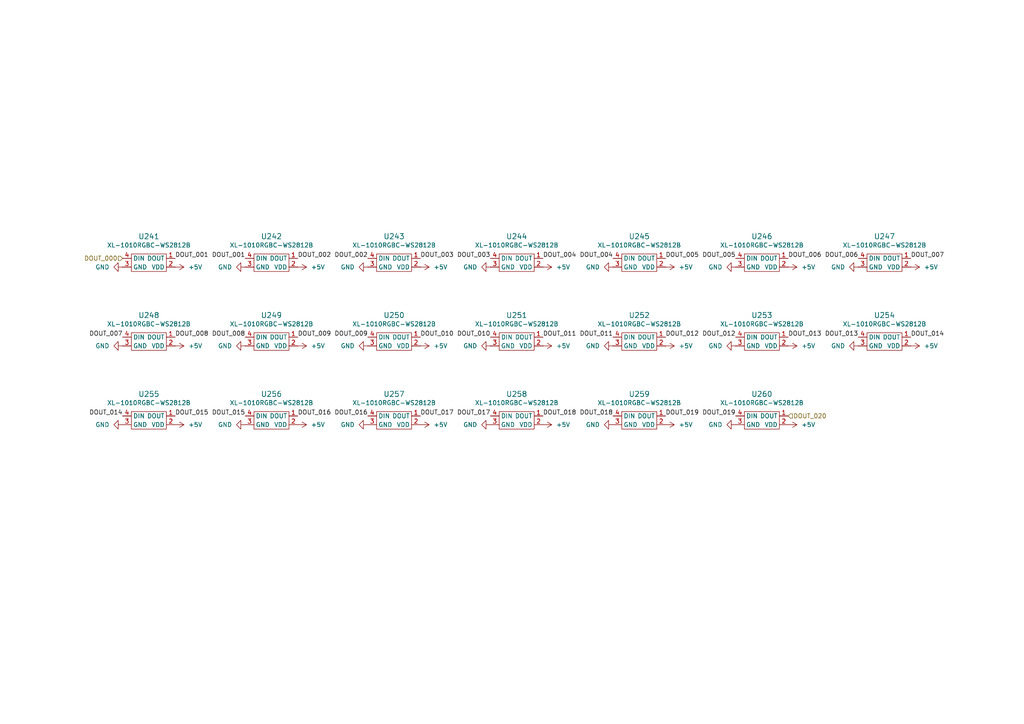
<source format=kicad_sch>
(kicad_sch (version 20250114) (generator "eeschema") (generator_version "9.0")
  (paper "A4")
  (lib_symbols
    (symbol "SK6805-EC10-000:SK6805_EC10-000"
      (property "Reference" "U" (at -2.54 3.556 0))
      (property "Value" "XL-1010RGBC-WS2812B" (at 1.016 -3.81 0))
      (symbol "SK6805_EC10-000_1_1"
        (rectangle (start -5.08 2.54) (end 5.08 -2.54))
        (pin passive line (at -7.62 1.27 0) (length 2.54) (name "DIN") (number "4"))
        (pin passive line (at -7.62 -1.27 0) (length 2.54) (name "GND") (number "3"))
        (pin passive line (at 7.62 1.27 180) (length 2.54) (name "DOUT") (number "1"))
        (pin passive line (at 7.62 -1.27 180) (length 2.54) (name "VDD") (number "2"))
      )
    )
    (symbol "power:+5V" (power) (pin_numbers (hide yes)) (pin_names (offset 0) (hide yes))
      (property "Value" "+5V" (at 0 3.556 0))
      (symbol "+5V_0_1"
        (polyline (pts (xy -0.762 1.27) (xy 0 2.54)))
        (polyline (pts (xy 0 2.54) (xy 0.762 1.27)))
        (polyline (pts (xy 0 0) (xy 0 2.54)))
      )
      (symbol "+5V_1_1"
        (pin power_in line (at 0 0 90) (length 0) (name "~") (number "1"))
      )
    )
    (symbol "power:GND" (power) (pin_numbers (hide yes)) (pin_names (offset 0) (hide yes))
      (property "Value" "GND" (at 0 -3.81 0))
      (symbol "GND_0_1"
        (polyline (pts (xy 0 0) (xy 0 -1.27) (xy 1.27 -1.27) (xy 0 -2.54) (xy -1.27 -1.27) (xy 0 -1.27)))
      )
      (symbol "GND_1_1"
        (pin power_in line (at 0 0 270) (length 0) (name "~") (number "1"))
      )
    )
  )
  (label "DOUT_010" (at 142.24 97.79 180))
  (label "DOUT_015" (at 50.8 120.65 0))
  (label "DOUT_011" (at 157.48 97.79 0))
  (label "DOUT_019" (at 193.04 120.65 0))
  (label "DOUT_009" (at 106.68 97.79 180))
  (label "DOUT_006" (at 228.6 74.93 0))
  (label "DOUT_017" (at 121.92 120.65 0))
  (label "DOUT_001" (at 71.12 74.93 180))
  (label "DOUT_013" (at 228.6 97.79 0))
  (label "DOUT_001" (at 50.8 74.93 0))
  (label "DOUT_014" (at 35.56 120.65 180))
  (label "DOUT_008" (at 50.8 97.79 0))
  (label "DOUT_008" (at 71.12 97.79 180))
  (label "DOUT_005" (at 193.04 74.93 0))
  (label "DOUT_004" (at 157.48 74.93 0))
  (label "DOUT_002" (at 106.68 74.93 180))
  (label "DOUT_018" (at 157.48 120.65 0))
  (label "DOUT_019" (at 213.36 120.65 180))
  (label "DOUT_017" (at 142.24 120.65 180))
  (label "DOUT_004" (at 177.8 74.93 180))
  (label "DOUT_010" (at 121.92 97.79 0))
  (label "DOUT_007" (at 35.56 97.79 180))
  (label "DOUT_015" (at 71.12 120.65 180))
  (label "DOUT_006" (at 248.92 74.93 180))
  (label "DOUT_012" (at 193.04 97.79 0))
  (label "DOUT_012" (at 213.36 97.79 180))
  (label "DOUT_018" (at 177.8 120.65 180))
  (label "DOUT_013" (at 248.92 97.79 180))
  (label "DOUT_002" (at 86.36 74.93 0))
  (label "DOUT_005" (at 213.36 74.93 180))
  (label "DOUT_009" (at 86.36 97.79 0))
  (label "DOUT_014" (at 264.16 97.79 0))
  (label "DOUT_007" (at 264.16 74.93 0))
  (label "DOUT_016" (at 106.68 120.65 180))
  (label "DOUT_016" (at 86.36 120.65 0))
  (label "DOUT_011" (at 177.8 97.79 180))
  (label "DOUT_003" (at 121.92 74.93 0))
  (label "DOUT_003" (at 142.24 74.93 180))
  (hierarchical_label "DOUT_020" (shape input) (at 228.6 120.65 0))
  (hierarchical_label "DOUT_000" (shape input) (at 35.56 74.93 180))
  (symbol (lib_id "power:GND") (at 248.92 100.33 270) (unit 1)
    (property "Reference" "#PWR1034" (effects (hide yes)))
    (property "Value" "GND" (at 245.11 100.3299 90) (effects (justify right)))
    (property "Description" "Power symbol creates a global label with name \"GND\" , ground" (effects (hide yes)))
  )
  (symbol (lib_id "power:GND") (at 142.24 77.47 270) (unit 1)
    (property "Reference" "#PWR997" (effects (hide yes)))
    (property "Value" "GND" (at 138.43 77.4699 90) (effects (justify right)))
    (property "Description" "Power symbol creates a global label with name \"GND\" , ground" (effects (hide yes)))
  )
  (symbol (lib_id "power:+5V") (at 264.16 77.47 270) (unit 1)
    (property "Reference" "#PWR1039" (effects (hide yes)))
    (property "Value" "+5V" (at 267.97 77.4701 90) (effects (justify left)))
    (property "Description" "Power symbol creates a global label with name \"+5V\"" (effects (hide yes)))
  )
  (symbol (lib_id "power:+5V") (at 228.6 77.47 270) (unit 1)
    (property "Reference" "#PWR1030" (effects (hide yes)))
    (property "Value" "+5V" (at 232.41 77.4701 90) (effects (justify left)))
    (property "Description" "Power symbol creates a global label with name \"+5V\"" (effects (hide yes)))
  )
  (symbol (lib_id "power:GND") (at 35.56 100.33 270) (unit 1)
    (property "Reference" "#PWR962" (effects (hide yes)))
    (property "Value" "GND" (at 31.75 100.3299 90) (effects (justify right)))
    (property "Description" "Power symbol creates a global label with name \"GND\" , ground" (effects (hide yes)))
  )
  (symbol (lib_id "SK6805-EC10-000:SK6805_EC10-000") (at 43.18 121.92 0) (unit 1)
    (property "Reference" "U255" (at 43.18 114.3 0) (effects (font (size 1.524 1.524))))
    (property "Value" "XL-1010RGBC-WS2812B" (at 43.18 116.84 0))
    (property "Footprint" "SK6805-EC10-000:SMD-4P,1.1x1.1mm" (effects (hide yes)))
    (property "Datasheet" "4492" (effects (hide yes)))
    (property "LCSC" "C5349953" (effects (hide yes)))
  )
  (symbol (lib_id "power:GND") (at 213.36 77.47 270) (unit 1)
    (property "Reference" "#PWR1021" (effects (hide yes)))
    (property "Value" "GND" (at 209.55 77.4699 90) (effects (justify right)))
    (property "Description" "Power symbol creates a global label with name \"GND\" , ground" (effects (hide yes)))
  )
  (symbol (lib_id "SK6805-EC10-000:SK6805_EC10-000") (at 256.54 76.2 0) (unit 1)
    (property "Reference" "U247" (at 256.54 68.58 0) (effects (font (size 1.524 1.524))))
    (property "Value" "XL-1010RGBC-WS2812B" (at 256.54 71.12 0))
    (property "Footprint" "SK6805-EC10-000:SMD-4P,1.1x1.1mm" (effects (hide yes)))
    (property "Datasheet" "4492" (effects (hide yes)))
    (property "LCSC" "C5349953" (effects (hide yes)))
  )
  (symbol (lib_id "power:GND") (at 71.12 123.19 270) (unit 1)
    (property "Reference" "#PWR975" (effects (hide yes)))
    (property "Value" "GND" (at 67.31 123.1899 90) (effects (justify right)))
    (property "Description" "Power symbol creates a global label with name \"GND\" , ground" (effects (hide yes)))
  )
  (symbol (lib_id "power:GND") (at 177.8 77.47 270) (unit 1)
    (property "Reference" "#PWR1009" (effects (hide yes)))
    (property "Value" "GND" (at 173.99 77.4699 90) (effects (justify right)))
    (property "Description" "Power symbol creates a global label with name \"GND\" , ground" (effects (hide yes)))
  )
  (symbol (lib_id "power:+5V") (at 157.48 100.33 270) (unit 1)
    (property "Reference" "#PWR1007" (effects (hide yes)))
    (property "Value" "+5V" (at 161.29 100.3301 90) (effects (justify left)))
    (property "Description" "Power symbol creates a global label with name \"+5V\"" (effects (hide yes)))
  )
  (symbol (lib_id "power:+5V") (at 121.92 77.47 270) (unit 1)
    (property "Reference" "#PWR994" (effects (hide yes)))
    (property "Value" "+5V" (at 125.73 77.4701 90) (effects (justify left)))
    (property "Description" "Power symbol creates a global label with name \"+5V\"" (effects (hide yes)))
  )
  (symbol (lib_id "SK6805-EC10-000:SK6805_EC10-000") (at 185.42 99.06 0) (unit 1)
    (property "Reference" "U252" (at 185.42 91.44 0) (effects (font (size 1.524 1.524))))
    (property "Value" "XL-1010RGBC-WS2812B" (at 185.42 93.98 0))
    (property "Footprint" "SK6805-EC10-000:SMD-4P,1.1x1.1mm" (effects (hide yes)))
    (property "Datasheet" "4492" (effects (hide yes)))
    (property "LCSC" "C5349953" (effects (hide yes)))
  )
  (symbol (lib_id "SK6805-EC10-000:SK6805_EC10-000") (at 220.98 76.2 0) (unit 1)
    (property "Reference" "U246" (at 220.98 68.58 0) (effects (font (size 1.524 1.524))))
    (property "Value" "XL-1010RGBC-WS2812B" (at 220.98 71.12 0))
    (property "Footprint" "SK6805-EC10-000:SMD-4P,1.1x1.1mm" (effects (hide yes)))
    (property "Datasheet" "4492" (effects (hide yes)))
    (property "LCSC" "C5349953" (effects (hide yes)))
  )
  (symbol (lib_id "SK6805-EC10-000:SK6805_EC10-000") (at 149.86 76.2 0) (unit 1)
    (property "Reference" "U244" (at 149.86 68.58 0) (effects (font (size 1.524 1.524))))
    (property "Value" "XL-1010RGBC-WS2812B" (at 149.86 71.12 0))
    (property "Footprint" "SK6805-EC10-000:SMD-4P,1.1x1.1mm" (effects (hide yes)))
    (property "Datasheet" "4492" (effects (hide yes)))
    (property "LCSC" "C5349953" (effects (hide yes)))
  )
  (symbol (lib_id "power:GND") (at 106.68 77.47 270) (unit 1)
    (property "Reference" "#PWR985" (effects (hide yes)))
    (property "Value" "GND" (at 102.87 77.4699 90) (effects (justify right)))
    (property "Description" "Power symbol creates a global label with name \"GND\" , ground" (effects (hide yes)))
  )
  (symbol (lib_id "power:+5V") (at 157.48 77.47 270) (unit 1)
    (property "Reference" "#PWR1006" (effects (hide yes)))
    (property "Value" "+5V" (at 161.29 77.4701 90) (effects (justify left)))
    (property "Description" "Power symbol creates a global label with name \"+5V\"" (effects (hide yes)))
  )
  (symbol (lib_id "power:GND") (at 35.56 123.19 270) (unit 1)
    (property "Reference" "#PWR963" (effects (hide yes)))
    (property "Value" "GND" (at 31.75 123.1899 90) (effects (justify right)))
    (property "Description" "Power symbol creates a global label with name \"GND\" , ground" (effects (hide yes)))
  )
  (symbol (lib_id "power:+5V") (at 86.36 77.47 270) (unit 1)
    (property "Reference" "#PWR982" (effects (hide yes)))
    (property "Value" "+5V" (at 90.17 77.4701 90) (effects (justify left)))
    (property "Description" "Power symbol creates a global label with name \"+5V\"" (effects (hide yes)))
  )
  (symbol (lib_id "SK6805-EC10-000:SK6805_EC10-000") (at 114.3 99.06 0) (unit 1)
    (property "Reference" "U250" (at 114.3 91.44 0) (effects (font (size 1.524 1.524))))
    (property "Value" "XL-1010RGBC-WS2812B" (at 114.3 93.98 0))
    (property "Footprint" "SK6805-EC10-000:SMD-4P,1.1x1.1mm" (effects (hide yes)))
    (property "Datasheet" "4492" (effects (hide yes)))
    (property "LCSC" "C5349953" (effects (hide yes)))
  )
  (symbol (lib_id "SK6805-EC10-000:SK6805_EC10-000") (at 114.3 76.2 0) (unit 1)
    (property "Reference" "U243" (at 114.3 68.58 0) (effects (font (size 1.524 1.524))))
    (property "Value" "XL-1010RGBC-WS2812B" (at 114.3 71.12 0))
    (property "Footprint" "SK6805-EC10-000:SMD-4P,1.1x1.1mm" (effects (hide yes)))
    (property "Datasheet" "4492" (effects (hide yes)))
    (property "LCSC" "C5349953" (effects (hide yes)))
  )
  (symbol (lib_id "power:GND") (at 142.24 100.33 270) (unit 1)
    (property "Reference" "#PWR998" (effects (hide yes)))
    (property "Value" "GND" (at 138.43 100.3299 90) (effects (justify right)))
    (property "Description" "Power symbol creates a global label with name \"GND\" , ground" (effects (hide yes)))
  )
  (symbol (lib_id "power:+5V") (at 228.6 123.19 270) (unit 1)
    (property "Reference" "#PWR1032" (effects (hide yes)))
    (property "Value" "+5V" (at 232.41 123.1901 90) (effects (justify left)))
    (property "Description" "Power symbol creates a global label with name \"+5V\"" (effects (hide yes)))
  )
  (symbol (lib_id "SK6805-EC10-000:SK6805_EC10-000") (at 78.74 99.06 0) (unit 1)
    (property "Reference" "U249" (at 78.74 91.44 0) (effects (font (size 1.524 1.524))))
    (property "Value" "XL-1010RGBC-WS2812B" (at 78.74 93.98 0))
    (property "Footprint" "SK6805-EC10-000:SMD-4P,1.1x1.1mm" (effects (hide yes)))
    (property "Datasheet" "4492" (effects (hide yes)))
    (property "LCSC" "C5349953" (effects (hide yes)))
  )
  (symbol (lib_id "power:GND") (at 213.36 123.19 270) (unit 1)
    (property "Reference" "#PWR1023" (effects (hide yes)))
    (property "Value" "GND" (at 209.55 123.1899 90) (effects (justify right)))
    (property "Description" "Power symbol creates a global label with name \"GND\" , ground" (effects (hide yes)))
  )
  (symbol (lib_id "SK6805-EC10-000:SK6805_EC10-000") (at 78.74 76.2 0) (unit 1)
    (property "Reference" "U242" (at 78.74 68.58 0) (effects (font (size 1.524 1.524))))
    (property "Value" "XL-1010RGBC-WS2812B" (at 78.74 71.12 0))
    (property "Footprint" "SK6805-EC10-000:SMD-4P,1.1x1.1mm" (effects (hide yes)))
    (property "Datasheet" "4492" (effects (hide yes)))
    (property "LCSC" "C5349953" (effects (hide yes)))
  )
  (symbol (lib_id "power:GND") (at 213.36 100.33 270) (unit 1)
    (property "Reference" "#PWR1022" (effects (hide yes)))
    (property "Value" "GND" (at 209.55 100.3299 90) (effects (justify right)))
    (property "Description" "Power symbol creates a global label with name \"GND\" , ground" (effects (hide yes)))
  )
  (symbol (lib_id "SK6805-EC10-000:SK6805_EC10-000") (at 149.86 99.06 0) (unit 1)
    (property "Reference" "U251" (at 149.86 91.44 0) (effects (font (size 1.524 1.524))))
    (property "Value" "XL-1010RGBC-WS2812B" (at 149.86 93.98 0))
    (property "Footprint" "SK6805-EC10-000:SMD-4P,1.1x1.1mm" (effects (hide yes)))
    (property "Datasheet" "4492" (effects (hide yes)))
    (property "LCSC" "C5349953" (effects (hide yes)))
  )
  (symbol (lib_id "SK6805-EC10-000:SK6805_EC10-000") (at 185.42 121.92 0) (unit 1)
    (property "Reference" "U259" (at 185.42 114.3 0) (effects (font (size 1.524 1.524))))
    (property "Value" "XL-1010RGBC-WS2812B" (at 185.42 116.84 0))
    (property "Footprint" "SK6805-EC10-000:SMD-4P,1.1x1.1mm" (effects (hide yes)))
    (property "Datasheet" "4492" (effects (hide yes)))
    (property "LCSC" "C5349953" (effects (hide yes)))
  )
  (symbol (lib_id "SK6805-EC10-000:SK6805_EC10-000") (at 149.86 121.92 0) (unit 1)
    (property "Reference" "U258" (at 149.86 114.3 0) (effects (font (size 1.524 1.524))))
    (property "Value" "XL-1010RGBC-WS2812B" (at 149.86 116.84 0))
    (property "Footprint" "SK6805-EC10-000:SMD-4P,1.1x1.1mm" (effects (hide yes)))
    (property "Datasheet" "4492" (effects (hide yes)))
    (property "LCSC" "C5349953" (effects (hide yes)))
  )
  (symbol (lib_id "power:+5V") (at 50.8 100.33 270) (unit 1)
    (property "Reference" "#PWR971" (effects (hide yes)))
    (property "Value" "+5V" (at 54.61 100.3301 90) (effects (justify left)))
    (property "Description" "Power symbol creates a global label with name \"+5V\"" (effects (hide yes)))
  )
  (symbol (lib_id "power:GND") (at 106.68 123.19 270) (unit 1)
    (property "Reference" "#PWR987" (effects (hide yes)))
    (property "Value" "GND" (at 102.87 123.1899 90) (effects (justify right)))
    (property "Description" "Power symbol creates a global label with name \"GND\" , ground" (effects (hide yes)))
  )
  (symbol (lib_id "power:+5V") (at 86.36 100.33 270) (unit 1)
    (property "Reference" "#PWR983" (effects (hide yes)))
    (property "Value" "+5V" (at 90.17 100.3301 90) (effects (justify left)))
    (property "Description" "Power symbol creates a global label with name \"+5V\"" (effects (hide yes)))
  )
  (symbol (lib_id "SK6805-EC10-000:SK6805_EC10-000") (at 43.18 99.06 0) (unit 1)
    (property "Reference" "U248" (at 43.18 91.44 0) (effects (font (size 1.524 1.524))))
    (property "Value" "XL-1010RGBC-WS2812B" (at 43.18 93.98 0))
    (property "Footprint" "SK6805-EC10-000:SMD-4P,1.1x1.1mm" (effects (hide yes)))
    (property "Datasheet" "4492" (effects (hide yes)))
    (property "LCSC" "C5349953" (effects (hide yes)))
  )
  (symbol (lib_id "SK6805-EC10-000:SK6805_EC10-000") (at 220.98 121.92 0) (unit 1)
    (property "Reference" "U260" (at 220.98 114.3 0) (effects (font (size 1.524 1.524))))
    (property "Value" "XL-1010RGBC-WS2812B" (at 220.98 116.84 0))
    (property "Footprint" "SK6805-EC10-000:SMD-4P,1.1x1.1mm" (effects (hide yes)))
    (property "Datasheet" "4492" (effects (hide yes)))
    (property "LCSC" "C5349953" (effects (hide yes)))
  )
  (symbol (lib_id "power:+5V") (at 264.16 100.33 270) (unit 1)
    (property "Reference" "#PWR1040" (effects (hide yes)))
    (property "Value" "+5V" (at 267.97 100.3301 90) (effects (justify left)))
    (property "Description" "Power symbol creates a global label with name \"+5V\"" (effects (hide yes)))
  )
  (symbol (lib_id "SK6805-EC10-000:SK6805_EC10-000") (at 43.18 76.2 0) (unit 1)
    (property "Reference" "U241" (at 43.18 68.58 0) (effects (font (size 1.524 1.524))))
    (property "Value" "XL-1010RGBC-WS2812B" (at 43.18 71.12 0))
    (property "Footprint" "SK6805-EC10-000:SMD-4P,1.1x1.1mm" (effects (hide yes)))
    (property "Datasheet" "4492" (effects (hide yes)))
    (property "LCSC" "C5349953" (effects (hide yes)))
  )
  (symbol (lib_id "power:+5V") (at 193.04 100.33 270) (unit 1)
    (property "Reference" "#PWR1019" (effects (hide yes)))
    (property "Value" "+5V" (at 196.85 100.3301 90) (effects (justify left)))
    (property "Description" "Power symbol creates a global label with name \"+5V\"" (effects (hide yes)))
  )
  (symbol (lib_id "power:+5V") (at 193.04 123.19 270) (unit 1)
    (property "Reference" "#PWR1020" (effects (hide yes)))
    (property "Value" "+5V" (at 196.85 123.1901 90) (effects (justify left)))
    (property "Description" "Power symbol creates a global label with name \"+5V\"" (effects (hide yes)))
  )
  (symbol (lib_id "power:GND") (at 35.56 77.47 270) (unit 1)
    (property "Reference" "#PWR961" (effects (hide yes)))
    (property "Value" "GND" (at 31.75 77.4699 90) (effects (justify right)))
    (property "Description" "Power symbol creates a global label with name \"GND\" , ground" (effects (hide yes)))
  )
  (symbol (lib_id "SK6805-EC10-000:SK6805_EC10-000") (at 185.42 76.2 0) (unit 1)
    (property "Reference" "U245" (at 185.42 68.58 0) (effects (font (size 1.524 1.524))))
    (property "Value" "XL-1010RGBC-WS2812B" (at 185.42 71.12 0))
    (property "Footprint" "SK6805-EC10-000:SMD-4P,1.1x1.1mm" (effects (hide yes)))
    (property "Datasheet" "4492" (effects (hide yes)))
    (property "LCSC" "C5349953" (effects (hide yes)))
  )
  (symbol (lib_id "SK6805-EC10-000:SK6805_EC10-000") (at 78.74 121.92 0) (unit 1)
    (property "Reference" "U256" (at 78.74 114.3 0) (effects (font (size 1.524 1.524))))
    (property "Value" "XL-1010RGBC-WS2812B" (at 78.74 116.84 0))
    (property "Footprint" "SK6805-EC10-000:SMD-4P,1.1x1.1mm" (effects (hide yes)))
    (property "Datasheet" "4492" (effects (hide yes)))
    (property "LCSC" "C5349953" (effects (hide yes)))
  )
  (symbol (lib_id "power:+5V") (at 50.8 123.19 270) (unit 1)
    (property "Reference" "#PWR972" (effects (hide yes)))
    (property "Value" "+5V" (at 54.61 123.1901 90) (effects (justify left)))
    (property "Description" "Power symbol creates a global label with name \"+5V\"" (effects (hide yes)))
  )
  (symbol (lib_id "power:GND") (at 142.24 123.19 270) (unit 1)
    (property "Reference" "#PWR999" (effects (hide yes)))
    (property "Value" "GND" (at 138.43 123.1899 90) (effects (justify right)))
    (property "Description" "Power symbol creates a global label with name \"GND\" , ground" (effects (hide yes)))
  )
  (symbol (lib_id "SK6805-EC10-000:SK6805_EC10-000") (at 256.54 99.06 0) (unit 1)
    (property "Reference" "U254" (at 256.54 91.44 0) (effects (font (size 1.524 1.524))))
    (property "Value" "XL-1010RGBC-WS2812B" (at 256.54 93.98 0))
    (property "Footprint" "SK6805-EC10-000:SMD-4P,1.1x1.1mm" (effects (hide yes)))
    (property "Datasheet" "4492" (effects (hide yes)))
    (property "LCSC" "C5349953" (effects (hide yes)))
  )
  (symbol (lib_id "power:GND") (at 177.8 100.33 270) (unit 1)
    (property "Reference" "#PWR1010" (effects (hide yes)))
    (property "Value" "GND" (at 173.99 100.3299 90) (effects (justify right)))
    (property "Description" "Power symbol creates a global label with name \"GND\" , ground" (effects (hide yes)))
  )
  (symbol (lib_id "power:GND") (at 71.12 100.33 270) (unit 1)
    (property "Reference" "#PWR974" (effects (hide yes)))
    (property "Value" "GND" (at 67.31 100.3299 90) (effects (justify right)))
    (property "Description" "Power symbol creates a global label with name \"GND\" , ground" (effects (hide yes)))
  )
  (symbol (lib_id "power:+5V") (at 193.04 77.47 270) (unit 1)
    (property "Reference" "#PWR1018" (effects (hide yes)))
    (property "Value" "+5V" (at 196.85 77.4701 90) (effects (justify left)))
    (property "Description" "Power symbol creates a global label with name \"+5V\"" (effects (hide yes)))
  )
  (symbol (lib_id "power:+5V") (at 157.48 123.19 270) (unit 1)
    (property "Reference" "#PWR1008" (effects (hide yes)))
    (property "Value" "+5V" (at 161.29 123.1901 90) (effects (justify left)))
    (property "Description" "Power symbol creates a global label with name \"+5V\"" (effects (hide yes)))
  )
  (symbol (lib_id "power:+5V") (at 121.92 123.19 270) (unit 1)
    (property "Reference" "#PWR996" (effects (hide yes)))
    (property "Value" "+5V" (at 125.73 123.1901 90) (effects (justify left)))
    (property "Description" "Power symbol creates a global label with name \"+5V\"" (effects (hide yes)))
  )
  (symbol (lib_id "power:+5V") (at 121.92 100.33 270) (unit 1)
    (property "Reference" "#PWR995" (effects (hide yes)))
    (property "Value" "+5V" (at 125.73 100.3301 90) (effects (justify left)))
    (property "Description" "Power symbol creates a global label with name \"+5V\"" (effects (hide yes)))
  )
  (symbol (lib_id "power:GND") (at 71.12 77.47 270) (unit 1)
    (property "Reference" "#PWR973" (effects (hide yes)))
    (property "Value" "GND" (at 67.31 77.4699 90) (effects (justify right)))
    (property "Description" "Power symbol creates a global label with name \"GND\" , ground" (effects (hide yes)))
  )
  (symbol (lib_id "power:+5V") (at 86.36 123.19 270) (unit 1)
    (property "Reference" "#PWR984" (effects (hide yes)))
    (property "Value" "+5V" (at 90.17 123.1901 90) (effects (justify left)))
    (property "Description" "Power symbol creates a global label with name \"+5V\"" (effects (hide yes)))
  )
  (symbol (lib_id "power:GND") (at 177.8 123.19 270) (unit 1)
    (property "Reference" "#PWR1011" (effects (hide yes)))
    (property "Value" "GND" (at 173.99 123.1899 90) (effects (justify right)))
    (property "Description" "Power symbol creates a global label with name \"GND\" , ground" (effects (hide yes)))
  )
  (symbol (lib_id "power:+5V") (at 50.8 77.47 270) (unit 1)
    (property "Reference" "#PWR970" (effects (hide yes)))
    (property "Value" "+5V" (at 54.61 77.4701 90) (effects (justify left)))
    (property "Description" "Power symbol creates a global label with name \"+5V\"" (effects (hide yes)))
  )
  (symbol (lib_id "SK6805-EC10-000:SK6805_EC10-000") (at 114.3 121.92 0) (unit 1)
    (property "Reference" "U257" (at 114.3 114.3 0) (effects (font (size 1.524 1.524))))
    (property "Value" "XL-1010RGBC-WS2812B" (at 114.3 116.84 0))
    (property "Footprint" "SK6805-EC10-000:SMD-4P,1.1x1.1mm" (effects (hide yes)))
    (property "Datasheet" "4492" (effects (hide yes)))
    (property "LCSC" "C5349953" (effects (hide yes)))
  )
  (symbol (lib_id "power:GND") (at 106.68 100.33 270) (unit 1)
    (property "Reference" "#PWR986" (effects (hide yes)))
    (property "Value" "GND" (at 102.87 100.3299 90) (effects (justify right)))
    (property "Description" "Power symbol creates a global label with name \"GND\" , ground" (effects (hide yes)))
  )
  (symbol (lib_id "power:GND") (at 248.92 77.47 270) (unit 1)
    (property "Reference" "#PWR1033" (effects (hide yes)))
    (property "Value" "GND" (at 245.11 77.4699 90) (effects (justify right)))
    (property "Description" "Power symbol creates a global label with name \"GND\" , ground" (effects (hide yes)))
  )
  (symbol (lib_id "SK6805-EC10-000:SK6805_EC10-000") (at 220.98 99.06 0) (unit 1)
    (property "Reference" "U253" (at 220.98 91.44 0) (effects (font (size 1.524 1.524))))
    (property "Value" "XL-1010RGBC-WS2812B" (at 220.98 93.98 0))
    (property "Footprint" "SK6805-EC10-000:SMD-4P,1.1x1.1mm" (effects (hide yes)))
    (property "Datasheet" "4492" (effects (hide yes)))
    (property "LCSC" "C5349953" (effects (hide yes)))
  )
  (symbol (lib_id "power:+5V") (at 228.6 100.33 270) (unit 1)
    (property "Reference" "#PWR1031" (effects (hide yes)))
    (property "Value" "+5V" (at 232.41 100.3301 90) (effects (justify left)))
    (property "Description" "Power symbol creates a global label with name \"+5V\"" (effects (hide yes)))
  )
)
</source>
